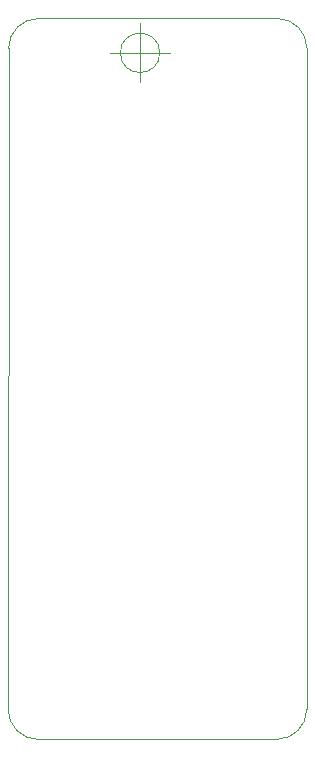
<source format=gm1>
G04 #@! TF.GenerationSoftware,KiCad,Pcbnew,(6.0.9)*
G04 #@! TF.CreationDate,2022-11-21T00:29:48+13:00*
G04 #@! TF.ProjectId,LAN-Module-PoE,4c414e2d-4d6f-4647-956c-652d506f452e,rev?*
G04 #@! TF.SameCoordinates,Original*
G04 #@! TF.FileFunction,Profile,NP*
%FSLAX46Y46*%
G04 Gerber Fmt 4.6, Leading zero omitted, Abs format (unit mm)*
G04 Created by KiCad (PCBNEW (6.0.9)) date 2022-11-21 00:29:48*
%MOMM*%
%LPD*%
G01*
G04 APERTURE LIST*
G04 #@! TA.AperFunction,Profile*
%ADD10C,0.100000*%
G04 #@! TD*
G04 APERTURE END LIST*
D10*
X52000000Y-32500000D02*
X31790000Y-32500000D01*
X31790000Y-32500000D02*
G75*
G03*
X29250000Y-35040000I0J-2540000D01*
G01*
X54500000Y-35000000D02*
G75*
G03*
X52000000Y-32500000I-2500000J0D01*
G01*
X51960000Y-93540000D02*
G75*
G03*
X54500000Y-91000000I0J2540000D01*
G01*
X29210000Y-91000000D02*
G75*
G03*
X31750000Y-93540000I2540000J0D01*
G01*
X29250000Y-35040000D02*
X29210000Y-91000000D01*
X31750000Y-93540000D02*
X51960000Y-93540000D01*
X54500000Y-91000000D02*
X54500000Y-35000000D01*
X42046666Y-35420000D02*
G75*
G03*
X42046666Y-35420000I-1666666J0D01*
G01*
X37880000Y-35420000D02*
X42880000Y-35420000D01*
X40380000Y-32920000D02*
X40380000Y-37920000D01*
M02*

</source>
